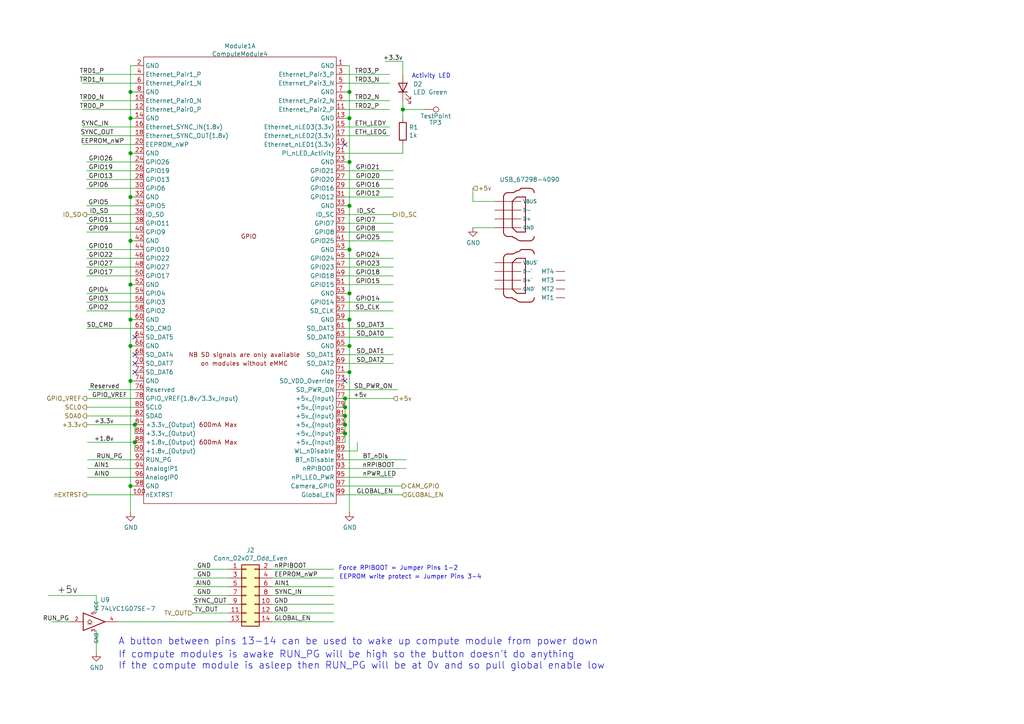
<source format=kicad_sch>
(kicad_sch (version 20211123) (generator eeschema)
  (paper "A4")
  (title_block (title "Compute Module 4 IO Board - GPIO - Ethernet") (rev "1") (company "© 2020-2022 Raspberry Pi Ltd (formerly Raspberry Pi (Trading) Ltd.)") (comment 1 "www.raspberrypi.com"))
  (lib_symbols
    (symbol "CM4IO:74LVC1G07_copy"
      (property "Reference" "U" (at -2.54 3.81 0))
      (property "Value" "74LVC1G07_copy" (at 0 -3.81 0))
      (symbol "74LVC1G07_copy_0_1"
        (polyline (pts (xy -2.54 -0.635) (xy -1.27 -0.635)))
        (polyline (pts (xy -3.81 2.54) (xy -3.81 -2.54) (xy 2.54 0) (xy -3.81 2.54)) (stroke (width 0.254)))
        (polyline (pts (xy -1.905 0.635) (xy -2.54 0) (xy -1.905 -0.635) (xy -1.27 0) (xy -1.905 0.635)))
      )
      (symbol "74LVC1G07_copy_1_1"
        (pin input line (at -7.62 0 0) (length 3.81) (name "~") (number "2"))
        (pin power_in line (at 0 -2.54 270) (length 0) (name "GND") (number "3"))
        (pin open_collector line (at 6.35 0 180) (length 3.81) (name "~") (number "4"))
        (pin power_in line (at 0 2.54 90) (length 0) (name "VCC") (number "5"))
      )
    )
    (symbol "CM4IO:ComputeModule4-CM4"
      (property "Reference" "Module" (at 113.03 -68.58 0))
      (property "Value" "ComputeModule4-CM4" (at 140.97 2.54 0))
      (property "Field4" "Hirose" (at 0 0 0))
      (property "Field5" "2x DF40C-100DS-0.4V" (at 0 -2.54 0))
      (symbol "ComputeModule4-CM4_1_0"
        (text "GPIO" (at 0 6.35 0) (effects (font (size 1.27 1.27))))
      )
      (symbol "ComputeModule4-CM4_1_1"
        (rectangle (start -30.48 -71.12) (end 25.4 58.42))
        (text "600mA Max" (at -8.89 -53.34 0) (effects (font (size 1.27 1.27))))
        (text "600mA Max" (at -8.89 -48.26 0) (effects (font (size 1.27 1.27))))
        (text "NB SD signals are only available" (at -1.27 -27.94 0) (effects (font (size 1.27 1.27))))
        (text "on modules without eMMC" (at -1.27 -30.48 0) (effects (font (size 1.27 1.27))))
        (pin power_in line (at 27.94 55.88 180) (length 2.54) (name "GND") (number "1"))
        (pin passive line (at -33.02 45.72 0) (length 2.54) (name "Ethernet_Pair0_N") (number "10"))
        (pin output line (at -33.02 -68.58 0) (length 2.54) (name "nEXTRST") (number "100"))
        (pin passive line (at 27.94 43.18 180) (length 2.54) (name "Ethernet_Pair2_P") (number "11"))
        (pin passive line (at -33.02 43.18 0) (length 2.54) (name "Ethernet_Pair0_P") (number "12"))
        (pin power_in line (at 27.94 40.64 180) (length 2.54) (name "GND") (number "13"))
        (pin power_in line (at -33.02 40.64 0) (length 2.54) (name "GND") (number "14"))
        (pin output line (at 27.94 38.1 180) (length 2.54) (name "Ethernet_nLED3(3.3v)") (number "15"))
        (pin input line (at -33.02 38.1 0) (length 2.54) (name "Ethernet_SYNC_IN(1.8v)") (number "16"))
        (pin output line (at 27.94 35.56 180) (length 2.54) (name "Ethernet_nLED2(3.3v)") (number "17"))
        (pin input line (at -33.02 35.56 0) (length 2.54) (name "Ethernet_SYNC_OUT(1.8v)") (number "18"))
        (pin output line (at 27.94 33.02 180) (length 2.54) (name "Ethernet_nLED1(3.3v)") (number "19"))
        (pin power_in line (at -33.02 55.88 0) (length 2.54) (name "GND") (number "2"))
        (pin passive line (at -33.02 33.02 0) (length 2.54) (name "EEPROM_nWP") (number "20"))
        (pin open_collector line (at 27.94 30.48 180) (length 2.54) (name "PI_nLED_Activity") (number "21"))
        (pin power_in line (at -33.02 30.48 0) (length 2.54) (name "GND") (number "22"))
        (pin power_in line (at 27.94 27.94 180) (length 2.54) (name "GND") (number "23"))
        (pin passive line (at -33.02 27.94 0) (length 2.54) (name "GPIO26") (number "24"))
        (pin passive line (at 27.94 25.4 180) (length 2.54) (name "GPIO21") (number "25"))
        (pin passive line (at -33.02 25.4 0) (length 2.54) (name "GPIO19") (number "26"))
        (pin passive line (at 27.94 22.86 180) (length 2.54) (name "GPIO20") (number "27"))
        (pin passive line (at -33.02 22.86 0) (length 2.54) (name "GPIO13") (number "28"))
        (pin passive line (at 27.94 20.32 180) (length 2.54) (name "GPIO16") (number "29"))
        (pin passive line (at 27.94 53.34 180) (length 2.54) (name "Ethernet_Pair3_P") (number "3"))
        (pin passive line (at -33.02 20.32 0) (length 2.54) (name "GPIO6") (number "30"))
        (pin passive line (at 27.94 17.78 180) (length 2.54) (name "GPIO12") (number "31"))
        (pin power_in line (at -33.02 17.78 0) (length 2.54) (name "GND") (number "32"))
        (pin power_in line (at 27.94 15.24 180) (length 2.54) (name "GND") (number "33"))
        (pin passive line (at -33.02 15.24 0) (length 2.54) (name "GPIO5") (number "34"))
        (pin passive line (at 27.94 12.7 180) (length 2.54) (name "ID_SC") (number "35"))
        (pin passive line (at -33.02 12.7 0) (length 2.54) (name "ID_SD") (number "36"))
        (pin passive line (at 27.94 10.16 180) (length 2.54) (name "GPIO7") (number "37"))
        (pin passive line (at -33.02 10.16 0) (length 2.54) (name "GPIO11") (number "38"))
        (pin passive line (at 27.94 7.62 180) (length 2.54) (name "GPIO8") (number "39"))
        (pin passive line (at -33.02 53.34 0) (length 2.54) (name "Ethernet_Pair1_P") (number "4"))
        (pin passive line (at -33.02 7.62 0) (length 2.54) (name "GPIO9") (number "40"))
        (pin passive line (at 27.94 5.08 180) (length 2.54) (name "GPIO25") (number "41"))
        (pin power_in line (at -33.02 5.08 0) (length 2.54) (name "GND") (number "42"))
        (pin power_in line (at 27.94 2.54 180) (length 2.54) (name "GND") (number "43"))
        (pin passive line (at -33.02 2.54 0) (length 2.54) (name "GPIO10") (number "44"))
        (pin passive line (at 27.94 0 180) (length 2.54) (name "GPIO24") (number "45"))
        (pin passive line (at -33.02 0 0) (length 2.54) (name "GPIO22") (number "46"))
        (pin passive line (at 27.94 -2.54 180) (length 2.54) (name "GPIO23") (number "47"))
        (pin passive line (at -33.02 -2.54 0) (length 2.54) (name "GPIO27") (number "48"))
        (pin passive line (at 27.94 -5.08 180) (length 2.54) (name "GPIO18") (number "49"))
        (pin passive line (at 27.94 50.8 180) (length 2.54) (name "Ethernet_Pair3_N") (number "5"))
        (pin passive line (at -33.02 -5.08 0) (length 2.54) (name "GPIO17") (number "50"))
        (pin passive line (at 27.94 -7.62 180) (length 2.54) (name "GPIO15") (number "51"))
        (pin power_in line (at -33.02 -7.62 0) (length 2.54) (name "GND") (number "52"))
        (pin power_in line (at 27.94 -10.16 180) (length 2.54) (name "GND") (number "53"))
        (pin passive line (at -33.02 -10.16 0) (length 2.54) (name "GPIO4") (number "54"))
        (pin passive line (at 27.94 -12.7 180) (length 2.54) (name "GPIO14") (number "55"))
        (pin passive line (at -33.02 -12.7 0) (length 2.54) (name "GPIO3") (number "56"))
        (pin passive line (at 27.94 -15.24 180) (length 2.54) (name "SD_CLK") (number "57"))
        (pin passive line (at -33.02 -15.24 0) (length 2.54) (name "GPIO2") (number "58"))
        (pin power_in line (at 27.94 -17.78 180) (length 2.54) (name "GND") (number "59"))
        (pin passive line (at -33.02 50.8 0) (length 2.54) (name "Ethernet_Pair1_N") (number "6"))
        (pin power_in line (at -33.02 -17.78 0) (length 2.54) (name "GND") (number "60"))
        (pin passive line (at 27.94 -20.32 180) (length 2.54) (name "SD_DAT3") (number "61"))
        (pin passive line (at -33.02 -20.32 0) (length 2.54) (name "SD_CMD") (number "62"))
        (pin passive line (at 27.94 -22.86 180) (length 2.54) (name "SD_DAT0") (number "63"))
        (pin passive line (at -33.02 -22.86 0) (length 2.54) (name "SD_DAT5") (number "64"))
        (pin power_in line (at 27.94 -25.4 180) (length 2.54) (name "GND") (number "65"))
        (pin power_in line (at -33.02 -25.4 0) (length 2.54) (name "GND") (number "66"))
        (pin passive line (at 27.94 -27.94 180) (length 2.54) (name "SD_DAT1") (number "67"))
        (pin passive line (at -33.02 -27.94 0) (length 2.54) (name "SD_DAT4") (number "68"))
        (pin passive line (at 27.94 -30.48 180) (length 2.54) (name "SD_DAT2") (number "69"))
        (pin power_in line (at 27.94 48.26 180) (length 2.54) (name "GND") (number "7"))
        (pin passive line (at -33.02 -30.48 0) (length 2.54) (name "SD_DAT7") (number "70"))
        (pin power_in line (at 27.94 -33.02 180) (length 2.54) (name "GND") (number "71"))
        (pin passive line (at -33.02 -33.02 0) (length 2.54) (name "SD_DAT6") (number "72"))
        (pin input line (at 27.94 -35.56 180) (length 2.54) (name "SD_VDD_Override") (number "73"))
        (pin power_in line (at -33.02 -35.56 0) (length 2.54) (name "GND") (number "74"))
        (pin output line (at 27.94 -38.1 180) (length 2.54) (name "SD_PWR_ON") (number "75"))
        (pin passive line (at -33.02 -38.1 0) (length 2.54) (name "Reserved") (number "76"))
        (pin power_in line (at 27.94 -40.64 180) (length 2.54) (name "+5v_(Input)") (number "77"))
        (pin power_in line (at -33.02 -40.64 0) (length 2.54) (name "GPIO_VREF(1.8v/3.3v_Input)") (number "78"))
        (pin power_in line (at 27.94 -43.18 180) (length 2.54) (name "+5v_(Input)") (number "79"))
        (pin power_in line (at -33.02 48.26 0) (length 2.54) (name "GND") (number "8"))
        (pin passive line (at -33.02 -43.18 0) (length 2.54) (name "SCL0") (number "80"))
        (pin power_in line (at 27.94 -45.72 180) (length 2.54) (name "+5v_(Input)") (number "81"))
        (pin passive line (at -33.02 -45.72 0) (length 2.54) (name "SDA0") (number "82"))
        (pin power_in line (at 27.94 -48.26 180) (length 2.54) (name "+5v_(Input)") (number "83"))
        (pin power_out line (at -33.02 -48.26 0) (length 2.54) (name "+3.3v_(Output)") (number "84"))
        (pin power_in line (at 27.94 -50.8 180) (length 2.54) (name "+5v_(Input)") (number "85"))
        (pin power_out line (at -33.02 -50.8 0) (length 2.54) (name "+3.3v_(Output)") (number "86"))
        (pin power_in line (at 27.94 -53.34 180) (length 2.54) (name "+5v_(Input)") (number "87"))
        (pin power_out line (at -33.02 -53.34 0) (length 2.54) (name "+1.8v_(Output)") (number "88"))
        (pin input line (at 27.94 -55.88 180) (length 2.54) (name "WL_nDisable") (number "89"))
        (pin passive line (at 27.94 45.72 180) (length 2.54) (name "Ethernet_Pair2_N") (number "9"))
        (pin power_out line (at -33.02 -55.88 0) (length 2.54) (name "+1.8v_(Output)") (number "90"))
        (pin input line (at 27.94 -58.42 180) (length 2.54) (name "BT_nDisable") (number "91"))
        (pin passive line (at -33.02 -58.42 0) (length 2.54) (name "RUN_PG") (number "92"))
        (pin input line (at 27.94 -60.96 180) (length 2.54) (name "nRPIBOOT") (number "93"))
        (pin passive line (at -33.02 -60.96 0) (length 2.54) (name "AnalogIP1") (number "94"))
        (pin output line (at 27.94 -63.5 180) (length 2.54) (name "nPI_LED_PWR") (number "95"))
        (pin passive line (at -33.02 -63.5 0) (length 2.54) (name "AnalogIP0") (number "96"))
        (pin passive line (at 27.94 -66.04 180) (length 2.54) (name "Camera_GPIO") (number "97"))
        (pin power_in line (at -33.02 -66.04 0) (length 2.54) (name "GND") (number "98"))
        (pin input line (at 27.94 -68.58 180) (length 2.54) (name "Global_EN") (number "99"))
      )
      (symbol "ComputeModule4-CM4_2_1"
        (rectangle (start 114.3 -66.04) (end 165.1 63.5))
        (text "High Speed Serial" (at 140.97 0 0) (effects (font (size 1.27 1.27))))
        (pin input line (at 170.18 60.96 180) (length 5.08) (name "USB_OTG_ID") (number "101"))
        (pin input line (at 109.22 60.96 0) (length 5.08) (name "PCIe_CLK_nREQ") (number "102"))
        (pin passive line (at 170.18 58.42 180) (length 5.08) (name "USB2_N") (number "103"))
        (pin passive line (at 109.22 58.42 0) (length 5.08) (name "Reserved") (number "104"))
        (pin passive line (at 170.18 55.88 180) (length 5.08) (name "USB2_P") (number "105"))
        (pin passive line (at 109.22 55.88 0) (length 5.08) (name "Reserved") (number "106"))
        (pin power_in line (at 170.18 53.34 180) (length 5.08) (name "GND") (number "107"))
        (pin power_in line (at 109.22 53.34 0) (length 5.08) (name "GND") (number "108"))
        (pin bidirectional line (at 170.18 50.8 180) (length 5.08) (name "PCIe_nRST") (number "109"))
        (pin output line (at 109.22 50.8 0) (length 5.08) (name "PCIe_CLK_P") (number "110"))
        (pin passive line (at 170.18 48.26 180) (length 5.08) (name "VDAC_COMP") (number "111"))
        (pin output line (at 109.22 48.26 0) (length 5.08) (name "PCIe_CLK_N") (number "112"))
        (pin power_in line (at 170.18 45.72 180) (length 5.08) (name "GND") (number "113"))
        (pin power_in line (at 109.22 45.72 0) (length 5.08) (name "GND") (number "114"))
        (pin input line (at 170.18 43.18 180) (length 5.08) (name "CAM1_D0_N") (number "115"))
        (pin input line (at 109.22 43.18 0) (length 5.08) (name "PCIe_RX_P") (number "116"))
        (pin input line (at 170.18 40.64 180) (length 5.08) (name "CAM1_D0_P") (number "117"))
        (pin input line (at 109.22 40.64 0) (length 5.08) (name "PCIe_RX_N") (number "118"))
        (pin power_in line (at 170.18 38.1 180) (length 5.08) (name "GND") (number "119"))
        (pin power_in line (at 109.22 38.1 0) (length 5.08) (name "GND") (number "120"))
        (pin input line (at 170.18 35.56 180) (length 5.08) (name "CAM1_D1_N") (number "121"))
        (pin output line (at 109.22 35.56 0) (length 5.08) (name "PCIe_TX_P") (number "122"))
        (pin input line (at 170.18 33.02 180) (length 5.08) (name "CAM1_D1_P") (number "123"))
        (pin output line (at 109.22 33.02 0) (length 5.08) (name "PCIe_TX_N") (number "124"))
        (pin power_in line (at 170.18 30.48 180) (length 5.08) (name "GND") (number "125"))
        (pin power_in line (at 109.22 30.48 0) (length 5.08) (name "GND") (number "126"))
        (pin input line (at 170.18 27.94 180) (length 5.08) (name "CAM1_C_N") (number "127"))
        (pin input line (at 109.22 27.94 0) (length 5.08) (name "CAM0_D0_N") (number "128"))
        (pin input line (at 170.18 25.4 180) (length 5.08) (name "CAM1_C_P") (number "129"))
        (pin input line (at 109.22 25.4 0) (length 5.08) (name "CAM0_D0_P") (number "130"))
        (pin power_in line (at 170.18 22.86 180) (length 5.08) (name "GND") (number "131"))
        (pin power_in line (at 109.22 22.86 0) (length 5.08) (name "GND") (number "132"))
        (pin input line (at 170.18 20.32 180) (length 5.08) (name "CAM1_D2_N") (number "133"))
        (pin input line (at 109.22 20.32 0) (length 5.08) (name "CAM0_D1_N") (number "134"))
        (pin input line (at 170.18 17.78 180) (length 5.08) (name "CAM1_D2_P") (number "135"))
        (pin input line (at 109.22 17.78 0) (length 5.08) (name "CAM0_D1_P") (number "136"))
        (pin power_in line (at 170.18 15.24 180) (length 5.08) (name "GND") (number "137"))
        (pin power_in line (at 109.22 15.24 0) (length 5.08) (name "GND") (number "138"))
        (pin input line (at 170.18 12.7 180) (length 5.08) (name "CAM1_D3_N") (number "139"))
        (pin input line (at 109.22 12.7 0) (length 5.08) (name "CAM0_C_N") (number "140"))
        (pin input line (at 170.18 10.16 180) (length 5.08) (name "CAM1_D3_P") (number "141"))
        (pin input line (at 109.22 10.16 0) (length 5.08) (name "CAM0_C_P") (number "142"))
        (pin input line (at 170.18 7.62 180) (length 5.08) (name "HDMI1_HOTPLUG") (number "143"))
        (pin power_in line (at 109.22 7.62 0) (length 5.08) (name "GND") (number "144"))
        (pin bidirectional line (at 170.18 5.08 180) (length 5.08) (name "HDMI1_SDA") (number "145"))
        (pin output line (at 109.22 5.08 0) (length 5.08) (name "HDMI1_TX2_P") (number "146"))
        (pin open_collector line (at 170.18 2.54 180) (length 5.08) (name "HDMI1_SCL") (number "147"))
        (pin output line (at 109.22 2.54 0) (length 5.08) (name "HDMI1_TX2_N") (number "148"))
        (pin open_collector line (at 170.18 0 180) (length 5.08) (name "HDMI1_CEC") (number "149"))
        (pin power_in line (at 109.22 0 0) (length 5.08) (name "GND") (number "150"))
        (pin open_collector line (at 170.18 -2.54 180) (length 5.08) (name "HDMI0_CEC") (number "151"))
        (pin output line (at 109.22 -2.54 0) (length 5.08) (name "HDMI1_TX1_P") (number "152"))
        (pin input line (at 170.18 -5.08 180) (length 5.08) (name "HDMI0_HOTPLUG") (number "153"))
        (pin output line (at 109.22 -5.08 0) (length 5.08) (name "HDMI1_TX1_N") (number "154"))
        (pin power_in line (at 170.18 -7.62 180) (length 5.08) (name "GND") (number "155"))
        (pin power_in line (at 109.22 -7.62 0) (length 5.08) (name "GND") (number "156"))
        (pin output line (at 170.18 -10.16 180) (length 5.08) (name "DSI0_D0_N") (number "157"))
        (pin output line (at 109.22 -10.16 0) (length 5.08) (name "HDMI1_TX0_P") (number "158"))
        (pin output line (at 170.18 -12.7 180) (length 5.08) (name "DSI0_D0_P") (number "159"))
        (pin output line (at 109.22 -12.7 0) (length 5.08) (name "HDMI1_TX0_N") (number "160"))
        (pin power_in line (at 170.18 -15.24 180) (length 5.08) (name "GND") (number "161"))
        (pin power_in line (at 109.22 -15.24 0) (length 5.08) (name "GND") (number "162"))
        (pin output line (at 170.18 -17.78 180) (length 5.08) (name "DSI0_D1_N") (number "163"))
        (pin output line (at 109.22 -17.78 0) (length 5.08) (name "HDMI1_CLK_P") (number "164"))
        (pin output line (at 170.18 -20.32 180) (length 5.08) (name "DSI0_D1_P") (number "165"))
        (pin output line (at 109.22 -20.32 0) (length 5.08) (name "HDMI1_CLK_N") (number "166"))
        (pin power_in line (at 170.18 -22.86 180) (length 5.08) (name "GND") (number "167"))
        (pin power_in line (at 109.22 -22.86 0) (length 5.08) (name "GND") (number "168"))
        (pin output line (at 170.18 -25.4 180) (length 5.08) (name "DSI0_C_N") (number "169"))
        (pin output line (at 109.22 -25.4 0) (length 5.08) (name "HDMI0_TX2_P") (number "170"))
        (pin output line (at 170.18 -27.94 180) (length 5.08) (name "DSI0_C_P") (number "171"))
        (pin output line (at 109.22 -27.94 0) (length 5.08) (name "HDMI0_TX2_N") (number "172"))
        (pin power_in line (at 170.18 -30.48 180) (length 5.08) (name "GND") (number "173"))
        (pin power_in line (at 109.22 -30.48 0) (length 5.08) (name "GND") (number "174"))
        (pin output line (at 170.18 -33.02 180) (length 5.08) (name "DSI1_D0_N") (number "175"))
        (pin output line (at 109.22 -33.02 0) (length 5.08) (name "HDMI0_TX1_P") (number "176"))
        (pin output line (at 170.18 -35.56 180) (length 5.08) (name "DSI1_D0_P") (number "177"))
        (pin output line (at 109.22 -35.56 0) (length 5.08) (name "HDMI0_TX1_N") (number "178"))
        (pin power_in line (at 170.18 -38.1 180) (length 5.08) (name "GND") (number "179"))
        (pin power_in line (at 109.22 -38.1 0) (length 5.08) (name "GND") (number "180"))
        (pin output line (at 170.18 -40.64 180) (length 5.08) (name "DSI1_D1_N") (number "181"))
        (pin output line (at 109.22 -40.64 0) (length 5.08) (name "HDMI0_TX0_P") (number "182"))
        (pin output line (at 170.18 -43.18 180) (length 5.08) (name "DSI1_D1_P") (number "183"))
        (pin output line (at 109.22 -43.18 0) (length 5.08) (name "HDMI0_TX0_N") (number "184"))
        (pin power_in line (at 170.18 -45.72 180) (length 5.08) (name "GND") (number "185"))
        (pin power_in line (at 109.22 -45.72 0) (length 5.08) (name "GND") (number "186"))
        (pin output line (at 170.18 -48.26 180) (length 5.08) (name "DSI1_C_N") (number "187"))
        (pin output line (at 109.22 -48.26 0) (length 5.08) (name "HDMI0_CLK_P") (number "188"))
        (pin output line (at 170.18 -50.8 180) (length 5.08) (name "DSI1_C_P") (number "189"))
        (pin output line (at 109.22 -50.8 0) (length 5.08) (name "HDMI0_CLK_N") (number "190"))
        (pin power_in line (at 170.18 -53.34 180) (length 5.08) (name "GND") (number "191"))
        (pin power_in line (at 109.22 -53.34 0) (length 5.08) (name "GND") (number "192"))
        (pin output line (at 170.18 -55.88 180) (length 5.08) (name "DSI1_D2_N") (number "193"))
        (pin output line (at 109.22 -55.88 0) (length 5.08) (name "DSI1_D3_N") (number "194"))
        (pin output line (at 170.18 -58.42 180) (length 5.08) (name "DSI1_D2_P") (number "195"))
        (pin output line (at 109.22 -58.42 0) (length 5.08) (name "DSI1_D3_P") (number "196"))
        (pin power_in line (at 170.18 -60.96 180) (length 5.08) (name "GND") (number "197"))
        (pin power_in line (at 109.22 -60.96 0) (length 5.08) (name "GND") (number "198"))
        (pin bidirectional line (at 170.18 -63.5 180) (length 5.08) (name "HDMI0_SDA") (number "199"))
        (pin open_collector line (at 109.22 -63.5 0) (length 5.08) (name "HDMI0_SCL") (number "200"))
      )
    )
    (symbol "CM4IO:USB_67298-4090" (pin_numbers hide)
      (property "Reference" "J" (at -5.08 21.6408 0))
      (property "Value" "USB_67298-4090" (at -5.08 -17.8054 0))
      (symbol "USB_67298-4090_0_0"
        (arc (start -5.08 -11.43) (mid -4.708 -12.328) (end -3.81 -12.7) (stroke (width 0.254)))
        (arc (start -5.08 6.35) (mid -4.708 5.452) (end -3.81 5.08) (stroke (width 0.254)))
        (arc (start -3.81 0) (mid -4.708 -0.372) (end -5.08 -1.27) (stroke (width 0.254)))
        (arc (start -3.81 17.78) (mid -4.708 17.408) (end -5.08 16.51) (stroke (width 0.254)))
        (arc (start -2.54 -12.7) (mid -3.108 -15.1059) (end -1.524 -13.208) (stroke (width 0.254)))
        (arc (start -2.54 0) (mid -1.972 0.1341) (end -1.524 0.508) (stroke (width 0.254)))
        (arc (start -2.54 5.08) (mid -3.108 2.6741) (end -1.524 4.572) (stroke (width 0.254)))
        (arc (start -2.54 17.78) (mid -1.972 17.9141) (end -1.524 18.288) (stroke (width 0.254)))
        (arc (start -1.524 -13.208) (mid -0.8519 -13.7689) (end 0 -13.97) (stroke (width 0.254)))
        (arc (start -1.524 0.508) (mid 0.8519 -2.3389) (end 0 1.27) (stroke (width 0.254)))
        (arc (start -1.524 4.572) (mid -0.8519 4.0111) (end 0 3.81) (stroke (width 0.254)))
        (arc (start -1.524 18.288) (mid 0.8519 15.4411) (end 0 19.05) (stroke (width 0.254)))
        (polyline (pts (xy -5.08 -1.27) (xy -5.08 -11.43)) (stroke (width 0.254)))
        (polyline (pts (xy -5.08 16.51) (xy -5.08 6.35)) (stroke (width 0.254)))
        (polyline (pts (xy -3.81 -12.7) (xy -2.54 -12.7)) (stroke (width 0.254)))
        (polyline (pts (xy -3.81 0) (xy -2.54 0)) (stroke (width 0.254)))
        (polyline (pts (xy -3.81 5.08) (xy -2.54 5.08)) (stroke (width 0.254)))
        (polyline (pts (xy -3.81 17.78) (xy -2.54 17.78)) (stroke (width 0.254)))
        (polyline (pts (xy -2.54 -10.16) (xy -1.27 -11.43)) (stroke (width 0.254)))
        (polyline (pts (xy -2.54 -2.54) (xy -2.54 -10.16)) (stroke (width 0.254)))
        (polyline (pts (xy -2.54 7.62) (xy -1.27 6.35)) (stroke (width 0.254)))
        (polyline (pts (xy -2.54 15.24) (xy -2.54 7.62)) (stroke (width 0.254)))
        (polyline (pts (xy -1.27 -11.43) (xy 1.27 -11.43)) (stroke (width 0.254)))
        (polyline (pts (xy -1.27 -1.27) (xy -2.54 -2.54)) (stroke (width 0.254)))
        (polyline (pts (xy -1.27 6.35) (xy 1.27 6.35)) (stroke (width 0.254)))
        (polyline (pts (xy -1.27 16.51) (xy -2.54 15.24)) (stroke (width 0.254)))
        (polyline (pts (xy 0 -13.97) (xy 2.54 -13.97)) (stroke (width 0.254)))
        (polyline (pts (xy 0 1.27) (xy 2.54 1.27)) (stroke (width 0.254)))
        (polyline (pts (xy 0 3.81) (xy 2.54 3.81)) (stroke (width 0.254)))
        (polyline (pts (xy 0 19.05) (xy 2.54 19.05)) (stroke (width 0.254)))
        (polyline (pts (xy 1.27 -11.43) (xy 1.27 -1.27)) (stroke (width 0.254)))
        (polyline (pts (xy 1.27 -1.27) (xy -1.27 -1.27)) (stroke (width 0.254)))
        (polyline (pts (xy 1.27 6.35) (xy 1.27 16.51)) (stroke (width 0.254)))
        (polyline (pts (xy 1.27 16.51) (xy -1.27 16.51)) (stroke (width 0.254)))
        (arc (start 2.54 -13.97) (mid 3.438 -13.598) (end 3.81 -12.7) (stroke (width 0.254)))
        (arc (start 2.54 3.81) (mid 3.438 4.182) (end 3.81 5.08) (stroke (width 0.254)))
        (arc (start 3.81 0) (mid 3.438 0.898) (end 2.54 1.27) (stroke (width 0.254)))
        (arc (start 3.81 17.78) (mid 3.438 18.678) (end 2.54 19.05) (stroke (width 0.254)))
        (pin power_in line (at -7.62 -2.54 0) (length 7.62) (name "VBUS`") (number "1"))
        (pin passive line (at -7.62 -5.08 0) (length 7.62) (name "D-`") (number "2"))
        (pin passive line (at -7.62 -7.62 0) (length 7.62) (name "D+`") (number "3"))
        (pin power_in line (at -7.62 -10.16 0) (length 7.62) (name "GND`") (number "4"))
        (pin power_in line (at -7.62 15.24 0) (length 7.62) (name "VBUS") (number "5"))
        (pin passive line (at -7.62 12.7 0) (length 7.62) (name "D-") (number "6"))
        (pin passive line (at -7.62 10.16 0) (length 7.62) (name "D+") (number "7"))
        (pin power_in line (at -7.62 7.62 0) (length 7.62) (name "GND") (number "8"))
        (pin passive line (at 12.7 -12.7 180) (length 2.54) (name "MT1") (number "MT1"))
        (pin passive line (at 12.7 -10.16 180) (length 2.54) (name "MT2") (number "MT2"))
        (pin passive line (at 12.7 -7.62 180) (length 2.54) (name "MT3") (number "MT3"))
        (pin passive line (at 12.7 -5.08 180) (length 2.54) (name "MT4") (number "MT4"))
      )
    )
    (symbol "Connector:TestPoint" (pin_numbers hide) (pin_names (offset 0.762) hide)
      (property "Reference" "TP" (at 0 6.858 0))
      (property "Value" "TestPoint" (at 0 5.08 0))
      (symbol "TestPoint_0_1"
        (circle (center 0 3.302) (radius 0.762))
      )
      (symbol "TestPoint_1_1"
        (pin passive line (at 0 0 90) (length 2.54) (name "1") (number "1"))
      )
    )
    (symbol "Connector_Generic:Conn_02x07_Odd_Even" (pin_names hide)
      (property "Reference" "J" (at 1.27 10.16 0))
      (property "Value" "Conn_02x07_Odd_Even" (at 1.27 -10.16 0))
      (symbol "Conn_02x07_Odd_Even_1_1"
        (rectangle (start -1.27 -7.493) (end 0 -7.747))
        (rectangle (start -1.27 -4.953) (end 0 -5.207))
        (rectangle (start -1.27 -2.413) (end 0 -2.667))
        (rectangle (start -1.27 0.127) (end 0 -0.127))
        (rectangle (start -1.27 2.667) (end 0 2.413))
        (rectangle (start -1.27 5.207) (end 0 4.953))
        (rectangle (start -1.27 7.747) (end 0 7.493))
        (rectangle (start -1.27 8.89) (end 3.81 -8.89) (stroke (width 0.254)) (fill (type background)))
        (rectangle (start 3.81 -7.493) (end 2.54 -7.747))
        (rectangle (start 3.81 -4.953) (end 2.54 -5.207))
        (rectangle (start 3.81 -2.413) (end 2.54 -2.667))
        (rectangle (start 3.81 0.127) (end 2.54 -0.127))
        (rectangle (start 3.81 2.667) (end 2.54 2.413))
        (rectangle (start 3.81 5.207) (end 2.54 4.953))
        (rectangle (start 3.81 7.747) (end 2.54 7.493))
        (pin passive line (at -5.08 7.62 0) (length 3.81) (name "Pin_1") (number "1"))
        (pin passive line (at 7.62 -2.54 180) (length 3.81) (name "Pin_10") (number "10"))
        (pin passive line (at -5.08 -5.08 0) (length 3.81) (name "Pin_11") (number "11"))
        (pin passive line (at 7.62 -5.08 180) (length 3.81) (name "Pin_12") (number "12"))
        (pin passive line (at -5.08 -7.62 0) (length 3.81) (name "Pin_13") (number "13"))
        (pin passive line (at 7.62 -7.62 180) (length 3.81) (name "Pin_14") (number "14"))
        (pin passive line (at 7.62 7.62 180) (length 3.81) (name "Pin_2") (number "2"))
        (pin passive line (at -5.08 5.08 0) (length 3.81) (name "Pin_3") (number "3"))
        (pin passive line (at 7.62 5.08 180) (length 3.81) (name "Pin_4") (number "4"))
        (pin passive line (at -5.08 2.54 0) (length 3.81) (name "Pin_5") (number "5"))
        (pin passive line (at 7.62 2.54 180) (length 3.81) (name "Pin_6") (number "6"))
        (pin passive line (at -5.08 0 0) (length 3.81) (name "Pin_7") (number "7"))
        (pin passive line (at 7.62 0 180) (length 3.81) (name "Pin_8") (number "8"))
        (pin passive line (at -5.08 -2.54 0) (length 3.81) (name "Pin_9") (number "9"))
      )
    )
    (symbol "Device:LED" (pin_numbers hide) (pin_names hide)
      (property "Reference" "D" (at 0 2.54 0))
      (property "Value" "LED" (at 0 -2.54 0))
      (symbol "LED_0_1"
        (polyline (pts (xy -1.27 -1.27) (xy -1.27 1.27)) (stroke (width 0.254)))
        (polyline (pts (xy -1.27 0) (xy 1.27 0)))
        (polyline (pts (xy 1.27 -1.27) (xy 1.27 1.27) (xy -1.27 0) (xy 1.27 -1.27)) (stroke (width 0.254)))
        (polyline (pts (xy -3.048 -0.762) (xy -4.572 -2.286) (xy -3.81 -2.286) (xy -4.572 -2.286) (xy -4.572 -1.524)))
        (polyline (pts (xy -1.778 -0.762) (xy -3.302 -2.286) (xy -2.54 -2.286) (xy -3.302 -2.286) (xy -3.302 -1.524)))
      )
      (symbol "LED_1_1"
        (pin passive line (at -3.81 0 0) (length 2.54) (name "K") (number "1"))
        (pin passive line (at 3.81 0 180) (length 2.54) (name "A") (number "2"))
      )
    )
    (symbol "Device:R" (pin_numbers hide) (pin_names (offset 0))
      (property "Reference" "R" (at 2.032 0 90))
      (property "Value" "R" (at 0 0 90))
      (symbol "R_0_1"
        (rectangle (start -1.016 -2.54) (end 1.016 2.54) (stroke (width 0.254)))
      )
      (symbol "R_1_1"
        (pin passive line (at 0 3.81 270) (length 1.27) (name "~") (number "1"))
        (pin passive line (at 0 -3.81 90) (length 1.27) (name "~") (number "2"))
      )
    )
    (symbol "power:GND" (power) (pin_names (offset 0))
      (property "Value" "GND" (at 0 -3.81 0))
      (symbol "GND_0_1"
        (polyline (pts (xy 0 0) (xy 0 -1.27) (xy 1.27 -1.27) (xy 0 -2.54) (xy -1.27 -1.27) (xy 0 -1.27)))
      )
      (symbol "GND_1_1"
        (pin power_in line (at 0 0 270) (length 0) hide (name "GND") (number "1"))
      )
    )
  )
  (junction (at 37.846 92.71) (diameter 1.016))
  (junction (at 101.346 59.69) (diameter 1.016))
  (junction (at 101.346 46.99) (diameter 1.016))
  (junction (at 101.346 72.39) (diameter 1.016))
  (junction (at 101.346 26.67) (diameter 1.016))
  (junction (at 100.076 125.73) (diameter 1.016))
  (junction (at 101.346 85.09) (diameter 1.016))
  (junction (at 37.846 69.85) (diameter 1.016))
  (junction (at 37.846 26.67) (diameter 1.016))
  (junction (at 100.076 120.65) (diameter 1.016))
  (junction (at 37.846 100.33) (diameter 1.016))
  (junction (at 37.846 44.45) (diameter 1.016))
  (junction (at 39.116 123.19) (diameter 1.016))
  (junction (at 116.84 31.75) (diameter 1.016))
  (junction (at 101.346 107.95) (diameter 1.016))
  (junction (at 101.346 34.29) (diameter 1.016))
  (junction (at 101.346 92.71) (diameter 1.016))
  (junction (at 100.076 115.57) (diameter 1.016))
  (junction (at 100.076 123.19) (diameter 1.016))
  (junction (at 101.346 100.33) (diameter 1.016))
  (junction (at 37.846 82.55) (diameter 1.016))
  (junction (at 39.116 128.27) (diameter 1.016))
  (junction (at 37.846 110.49) (diameter 1.016))
  (junction (at 37.846 34.29) (diameter 1.016))
  (junction (at 37.846 57.15) (diameter 1.016))
  (junction (at 37.846 140.97) (diameter 1.016))
  (junction (at 100.076 118.11) (diameter 1.016))
  (no_connect (at 100.076 110.49))
  (no_connect (at 39.116 97.79))
  (no_connect (at 100.076 41.91))
  (no_connect (at 39.116 107.95))
  (no_connect (at 39.116 105.41))
  (no_connect (at 39.116 102.87))
  (wire (pts (xy 25.146 118.11) (xy 39.116 118.11)))
  (wire (pts (xy 23.876 36.83) (xy 39.116 36.83)))
  (wire (pts (xy 37.846 57.15) (xy 39.116 57.15)))
  (wire (pts (xy 78.994 175.26) (xy 96.774 175.26)))
  (wire (pts (xy 100.076 44.45) (xy 116.84 44.45)))
  (wire (pts (xy 78.994 170.18) (xy 96.774 170.18)))
  (wire (pts (xy 56.134 167.64) (xy 66.294 167.64)))
  (wire (pts (xy 101.346 107.95) (xy 101.346 148.59)))
  (wire (pts (xy 100.076 21.59) (xy 113.03 21.59)))
  (wire (pts (xy 101.346 46.99) (xy 101.346 59.69)))
  (wire (pts (xy 37.846 44.45) (xy 37.846 57.15)))
  (wire (pts (xy 100.076 85.09) (xy 101.346 85.09)))
  (wire (pts (xy 56.134 170.18) (xy 66.294 170.18)))
  (wire (pts (xy 25.146 90.17) (xy 39.116 90.17)))
  (wire (pts (xy 27.94 172.72) (xy 27.94 177.8)))
  (wire (pts (xy 25.4 138.43) (xy 39.116 138.43)))
  (wire (pts (xy 100.076 80.01) (xy 114.046 80.01)))
  (wire (pts (xy 100.076 34.29) (xy 101.346 34.29)))
  (wire (pts (xy 25.146 115.57) (xy 39.116 115.57)))
  (wire (pts (xy 100.076 52.07) (xy 114.046 52.07)))
  (wire (pts (xy 101.346 85.09) (xy 101.346 92.71)))
  (wire (pts (xy 37.846 19.05) (xy 37.846 26.67)))
  (wire (pts (xy 100.076 36.83) (xy 113.03 36.83)))
  (wire (pts (xy 25.146 59.69) (xy 39.116 59.69)))
  (wire (pts (xy 100.076 87.63) (xy 114.046 87.63)))
  (wire (pts (xy 56.134 172.72) (xy 66.294 172.72)))
  (wire (pts (xy 100.076 133.35) (xy 117.856 133.35)))
  (wire (pts (xy 78.994 172.72) (xy 96.774 172.72)))
  (wire (pts (xy 37.846 69.85) (xy 39.116 69.85)))
  (wire (pts (xy 100.076 19.05) (xy 101.346 19.05)))
  (wire (pts (xy 25.4 133.35) (xy 39.116 133.35)))
  (wire (pts (xy 100.076 67.31) (xy 114.046 67.31)))
  (wire (pts (xy 100.076 107.95) (xy 101.346 107.95)))
  (wire (pts (xy 23.876 39.37) (xy 39.116 39.37)))
  (wire (pts (xy 100.076 140.97) (xy 116.586 140.97)))
  (wire (pts (xy 100.076 46.99) (xy 101.346 46.99)))
  (wire (pts (xy 100.076 138.43) (xy 114.046 138.43)))
  (wire (pts (xy 100.076 26.67) (xy 101.346 26.67)))
  (wire (pts (xy 100.076 24.13) (xy 113.03 24.13)))
  (wire (pts (xy 39.116 19.05) (xy 37.846 19.05)))
  (wire (pts (xy 25.4 128.27) (xy 39.116 128.27)))
  (wire (pts (xy 100.076 120.65) (xy 100.076 123.19)))
  (wire (pts (xy 34.29 180.34) (xy 66.294 180.34)))
  (wire (pts (xy 100.076 82.55) (xy 114.046 82.55)))
  (wire (pts (xy 39.116 128.27) (xy 39.37 128.27)))
  (wire (pts (xy 39.116 140.97) (xy 37.846 140.97)))
  (wire (pts (xy 25.146 46.99) (xy 39.116 46.99)))
  (wire (pts (xy 25.146 120.65) (xy 39.116 120.65)))
  (wire (pts (xy 13.97 172.72) (xy 27.94 172.72)))
  (wire (pts (xy 100.076 115.57) (xy 114.046 115.57)))
  (wire (pts (xy 78.994 180.34) (xy 96.774 180.34)))
  (wire (pts (xy 101.346 92.71) (xy 101.346 100.33)))
  (wire (pts (xy 37.846 82.55) (xy 39.116 82.55)))
  (wire (pts (xy 100.076 62.23) (xy 114.046 62.23)))
  (wire (pts (xy 101.346 72.39) (xy 101.346 85.09)))
  (wire (pts (xy 25.146 54.61) (xy 39.116 54.61)))
  (wire (pts (xy 100.076 69.85) (xy 114.046 69.85)))
  (wire (pts (xy 37.846 92.71) (xy 39.116 92.71)))
  (wire (pts (xy 56.134 165.1) (xy 66.294 165.1)))
  (wire (pts (xy 100.076 77.47) (xy 114.046 77.47)))
  (wire (pts (xy 37.846 110.49) (xy 37.846 140.97)))
  (wire (pts (xy 100.076 125.73) (xy 100.076 128.27)))
  (wire (pts (xy 25.146 62.23) (xy 39.116 62.23)))
  (wire (pts (xy 114.046 90.17) (xy 100.076 90.17)))
  (wire (pts (xy 100.076 59.69) (xy 101.346 59.69)))
  (wire (pts (xy 25.146 52.07) (xy 39.116 52.07)))
  (wire (pts (xy 100.076 118.11) (xy 100.076 120.65)))
  (wire (pts (xy 25.146 95.25) (xy 39.116 95.25)))
  (wire (pts (xy 25.4 135.89) (xy 39.116 135.89)))
  (wire (pts (xy 100.076 29.21) (xy 113.03 29.21)))
  (wire (pts (xy 100.076 123.19) (xy 100.076 125.73)))
  (wire (pts (xy 23.876 41.91) (xy 39.116 41.91)))
  (wire (pts (xy 143.51 58.42) (xy 137.16 58.42)))
  (wire (pts (xy 23.876 21.59) (xy 39.116 21.59)))
  (wire (pts (xy 100.076 31.75) (xy 113.03 31.75)))
  (wire (pts (xy 25.146 85.09) (xy 39.116 85.09)))
  (wire (pts (xy 25.146 49.53) (xy 39.116 49.53)))
  (wire (pts (xy 78.994 167.64) (xy 96.774 167.64)))
  (wire (pts (xy 100.076 39.37) (xy 113.03 39.37)))
  (wire (pts (xy 55.88 177.8) (xy 66.294 177.8)))
  (wire (pts (xy 37.846 100.33) (xy 39.116 100.33)))
  (wire (pts (xy 25.146 143.51) (xy 39.116 143.51)))
  (wire (pts (xy 100.076 113.03) (xy 115.316 113.03)))
  (wire (pts (xy 78.994 165.1) (xy 96.774 165.1)))
  (wire (pts (xy 100.076 64.77) (xy 114.046 64.77)))
  (wire (pts (xy 100.076 49.53) (xy 114.046 49.53)))
  (wire (pts (xy 101.346 26.67) (xy 101.346 34.29)))
  (wire (pts (xy 25.146 67.31) (xy 39.116 67.31)))
  (wire (pts (xy 39.116 125.73) (xy 39.116 123.19)))
  (wire (pts (xy 78.994 177.8) (xy 96.774 177.8)))
  (wire (pts (xy 116.84 31.75) (xy 116.84 29.21)))
  (wire (pts (xy 25.146 64.77) (xy 39.116 64.77)))
  (wire (pts (xy 25.146 80.01) (xy 39.116 80.01)))
  (wire (pts (xy 100.076 74.93) (xy 114.046 74.93)))
  (wire (pts (xy 39.116 130.81) (xy 39.116 128.27)))
  (wire (pts (xy 101.346 59.69) (xy 101.346 72.39)))
  (wire (pts (xy 116.84 21.59) (xy 116.84 17.78)))
  (wire (pts (xy 100.076 100.33) (xy 101.346 100.33)))
  (wire (pts (xy 100.076 143.51) (xy 116.586 143.51)))
  (wire (pts (xy 37.846 110.49) (xy 39.116 110.49)))
  (wire (pts (xy 37.846 44.45) (xy 39.116 44.45)))
  (wire (pts (xy 100.076 115.57) (xy 100.076 118.11)))
  (wire (pts (xy 39.116 34.29) (xy 37.846 34.29)))
  (wire (pts (xy 101.346 34.29) (xy 101.346 46.99)))
  (wire (pts (xy 55.88 175.26) (xy 66.294 175.26)))
  (wire (pts (xy 23.876 29.21) (xy 39.116 29.21)))
  (wire (pts (xy 100.076 130.81) (xy 103.632 130.81)))
  (wire (pts (xy 37.846 34.29) (xy 37.846 44.45)))
  (wire (pts (xy 25.146 74.93) (xy 39.116 74.93)))
  (wire (pts (xy 114.046 102.87) (xy 100.076 102.87)))
  (wire (pts (xy 25.146 77.47) (xy 39.116 77.47)))
  (wire (pts (xy 100.076 57.15) (xy 114.046 57.15)))
  (wire (pts (xy 100.076 92.71) (xy 101.346 92.71)))
  (wire (pts (xy 39.116 26.67) (xy 37.846 26.67)))
  (wire (pts (xy 27.94 182.88) (xy 27.94 189.23)))
  (wire (pts (xy 37.846 82.55) (xy 37.846 92.71)))
  (wire (pts (xy 25.6032 113.03) (xy 39.116 113.03)))
  (wire (pts (xy 137.16 54.61) (xy 137.16 58.42)))
  (wire (pts (xy 111.76 17.78) (xy 116.84 17.78)))
  (wire (pts (xy 37.846 92.71) (xy 37.846 100.33)))
  (wire (pts (xy 37.846 100.33) (xy 37.846 110.49)))
  (wire (pts (xy 101.346 19.05) (xy 101.346 26.67)))
  (wire (pts (xy 37.846 140.97) (xy 37.846 148.59)))
  (wire (pts (xy 25.146 123.19) (xy 39.116 123.19)))
  (wire (pts (xy 137.16 66.04) (xy 143.51 66.04)))
  (wire (pts (xy 103.632 130.81) (xy 103.632 128.27)))
  (wire (pts (xy 37.846 57.15) (xy 37.846 69.85)))
  (wire (pts (xy 100.076 97.79) (xy 114.046 97.79)))
  (wire (pts (xy 101.346 100.33) (xy 101.346 107.95)))
  (wire (pts (xy 100.076 105.41) (xy 114.046 105.41)))
  (wire (pts (xy 23.876 24.13) (xy 39.116 24.13)))
  (wire (pts (xy 25.146 87.63) (xy 39.116 87.63)))
  (wire (pts (xy 114.046 95.25) (xy 100.076 95.25)))
  (wire (pts (xy 14.986 180.34) (xy 20.32 180.34)))
  (wire (pts (xy 100.076 135.89) (xy 117.856 135.89)))
  (wire (pts (xy 123.19 31.75) (xy 116.84 31.75)))
  (wire (pts (xy 116.84 34.29) (xy 116.84 31.75)))
  (wire (pts (xy 100.076 54.61) (xy 114.046 54.61)))
  (wire (pts (xy 25.146 72.39) (xy 39.116 72.39)))
  (wire (pts (xy 116.84 44.45) (xy 116.84 41.91)))
  (wire (pts (xy 23.876 31.75) (xy 39.116 31.75)))
  (wire (pts (xy 37.846 69.85) (xy 37.846 82.55)))
  (wire (pts (xy 100.076 72.39) (xy 101.346 72.39)))
  (wire (pts (xy 37.846 26.67) (xy 37.846 34.29)))
  (text "Activity LED" (at 119.38 22.86 0) (effects (font (size 1.27 1.27)) (justify left bottom)))
  (text "EEPROM write protect = Jumper Pins 3-4\n\n" (at 139.7 170.18 180) (effects (font (size 1.27 1.27)) (justify right bottom)))
  (text "A button between pins 13-14 can be used to wake up compute module from power down\n\n" (at 34.29 190.5 0) (effects (font (size 2.007 2.007)) (justify left bottom)))
  (text "If compute modules is awake RUN_PG will be high so the button doesn't do anything\nIf the compute module is asleep then RUN_PG will be at 0v and so pull global enable low" (at 34.29 194.31 0) (effects (font (size 2.007 2.007)) (justify left bottom)))
  (text "Force RPIBOOT = Jumper Pins 1-2 \n" (at 133.858 165.608 180) (effects (font (size 1.27 1.27)) (justify right bottom)))
  (label "GPIO12" (at 110.236 57.15 180))
  (label "GPIO23" (at 110.236 77.47 180))
  (label "SD_PWR_ON" (at 102.616 113.03 0))
  (label "ID_SC" (at 108.966 62.23 180))
  (label "GPIO14" (at 110.236 87.63 180))
  (label "TRD1_P" (at 30.226 21.59 180))
  (label "Reserved" (at 34.671 113.03 180))
  (label "SD_DAT3" (at 111.506 95.25 180))
  (label "nPWR_LED" (at 105.156 138.43 0))
  (label "GND" (at 83.566 175.26 180))
  (label "+5v" (at 16.51 172.72 0) (effects (font (size 2.0066 2.0066))))
  (label "SD_DAT0" (at 111.506 97.79 180))
  (label "GPIO20" (at 110.236 52.07 180))
  (label "BT_nDis" (at 112.6236 133.35 180))
  (label "SD_DAT2" (at 111.506 105.41 180))
  (label "EEPROM_nWP" (at 36.068 41.91 180))
  (label "GPIO8" (at 108.966 67.31 180))
  (label "AIN0" (at 61.214 170.18 180))
  (label "GPIO26" (at 32.766 46.99 180))
  (label "SYNC_IN" (at 31.496 36.83 180))
  (label "GPIO18" (at 110.236 80.01 180))
  (label "GPIO15" (at 110.236 82.55 180))
  (label "TRD2_P" (at 102.87 31.75 0))
  (label "GPIO25" (at 110.236 69.85 180))
  (label "nRPIBOOT" (at 114.5032 135.89 180))
  (label "GPIO_VREF" (at 26.67 115.57 0))
  (label "GPIO6" (at 31.496 54.61 180))
  (label "TRD3_N" (at 102.87 24.13 0))
  (label "AIN1" (at 84.074 170.18 180))
  (label "GPIO13" (at 32.766 52.07 180))
  (label "GPIO16" (at 110.236 54.61 180))
  (label "AIN1" (at 31.75 135.89 180))
  (label "SYNC_IN" (at 87.63 172.72 180))
  (label "TRD0_N" (at 30.226 29.21 180))
  (label "SD_CMD" (at 32.766 95.25 180))
  (label "GND" (at 61.214 165.1 180))
  (label "GPIO22" (at 32.766 74.93 180))
  (label "GPIO19" (at 32.766 49.53 180))
  (label "GPIO4" (at 31.496 85.09 180))
  (label "GPIO5" (at 31.496 59.69 180))
  (label "+3.3v" (at 33.02 123.19 180))
  (label "+5v" (at 106.426 115.57 180))
  (label "SYNC_OUT" (at 33.02 39.37 180))
  (label "GND" (at 61.214 167.64 180))
  (label "EEPROM_nWP" (at 92.202 167.64 180))
  (label "SYNC_OUT" (at 65.786 175.26 180))
  (label "GLOBAL_EN" (at 114.046 143.51 180))
  (label "GPIO27" (at 32.766 77.47 180))
  (label "GLOBAL_EN" (at 90.17 180.34 180))
  (label "GPIO11" (at 32.766 64.77 180))
  (label "+1.8v" (at 33.02 128.27 180))
  (label "GND" (at 61.214 172.72 180))
  (label "TV_OUT" (at 63.246 177.8 180))
  (label "RUN_PG" (at 35.56 133.35 180))
  (label "TRD3_P" (at 102.87 21.59 0))
  (label "GPIO7" (at 108.966 64.77 180))
  (label "SD_DAT1" (at 111.506 102.87 180))
  (label "TRD1_N" (at 30.226 24.13 180))
  (label "ETH_LEDG" (at 102.87 39.37 0))
  (label "+3.3v" (at 116.84 17.78 180))
  (label "ETH_LEDY" (at 102.87 36.83 0))
  (label "GND" (at 83.566 177.8 180))
  (label "GPIO3" (at 31.496 87.63 180))
  (label "GPIO17" (at 32.766 80.01 180))
  (label "GPIO2" (at 31.496 90.17 180))
  (label "ID_SD" (at 31.496 62.23 180))
  (label "TRD2_N" (at 102.87 29.21 0))
  (label "GPIO9" (at 31.496 67.31 180))
  (label "nRPIBOOT" (at 88.9 165.1 180))
  (label "SD_CLK" (at 110.236 90.17 180))
  (label "GPIO24" (at 110.236 74.93 180))
  (label "RUN_PG" (at 20.066 180.34 180))
  (label "GPIO10" (at 32.766 72.39 180))
  (label "GPIO21" (at 110.236 49.53 180))
  (label "TRD0_P" (at 30.226 31.75 180))
  (label "AIN0" (at 31.75 138.43 180))
  (hierarchical_label "+5v" (shape input) (at 114.046 115.57 0))
  (hierarchical_label "GLOBAL_EN" (shape input) (at 116.586 143.51 0))
  (hierarchical_label "ID_SC" (shape output) (at 114.046 62.23 0))
  (hierarchical_label "+5v" (shape input) (at 137.16 54.61 0))
  (hierarchical_label "TV_OUT" (shape input) (at 55.88 177.8 180))
  (hierarchical_label "SCL0" (shape output) (at 25.146 118.11 180))
  (hierarchical_label "ID_SD" (shape output) (at 25.146 62.23 180))
  (hierarchical_label "GPIO_VREF" (shape output) (at 25.146 115.57 180))
  (hierarchical_label "SDA0" (shape output) (at 25.146 120.65 180))
  (hierarchical_label "CAM_GPIO" (shape output) (at 116.586 140.97 0))
  (hierarchical_label "nEXTRST" (shape output) (at 25.146 143.51 180))
  (hierarchical_label "+3.3v" (shape output) (at 25.146 123.19 180))
  (symbol (lib_id "CM4IO:74LVC1G07_copy") (at 27.94 180.34 0) (unit 1)
    (property "Reference" "U9" (at 30.48 173.99 0))
    (property "Value" "74LVC1G07SE-7" (at 37.084 176.53 0))
    (property "Footprint" "Package_TO_SOT_SMD:SOT-353_SC-70-5" (effects hide))
    (property "Datasheet" "https://www.diodes.com/assets/Datasheets/74LVC1G07.pdf" (effects hide))
    (property "Field4" "Farnell" (effects hide))
    (property "Field5" "2425492" (effects hide))
    (property "Field6" "74LVC1G07SE-7" (effects hide))
    (property "Field7" "Diodes" (effects hide))
    (property "Part Description" "Buffer, Non-Inverting 1 Element 1 Bit per Element Open Drain Output SOT-353" (effects hide))
  )
  (symbol (lib_id "power:GND") (at 27.94 189.23 0) (unit 1)
    (property "Reference" "#PWR027" (effects hide))
    (property "Value" "GND" (at 28.067 193.6242 0))
  )
  (symbol (lib_id "CM4IO:ComputeModule4-CM4") (at 72.136 74.93 0) (unit 1)
    (property "Reference" "Module1" (at 69.596 13.335 0))
    (property "Value" "ComputeModule4" (at 69.596 15.6464 0))
    (property "Footprint" "CM4IO:Raspberry-Pi-4-Compute-Module" (effects hide))
    (property "Field4" "Hirose" (effects hide))
    (property "Field5" "2off DF40C-100DS-0.4V" (effects hide))
    (property "Field6" "2off DF40C-100DS-0.4V" (effects hide))
    (property "Field7" "Hirose" (effects hide))
    (property "Part Description" "	100 Position Connector Receptacle, Center Strip Contacts Surface Mount Gold" (effects hide))
  )
  (symbol (lib_id "power:GND") (at 37.846 148.59 0) (unit 1)
    (property "Reference" "#PWR0104" (effects hide))
    (property "Value" "GND" (at 37.973 152.9842 0))
  )
  (symbol (lib_id "power:GND") (at 101.346 148.59 0) (unit 1)
    (property "Reference" "#PWR0105" (effects hide))
    (property "Value" "GND" (at 101.473 152.9842 0))
  )
  (symbol (lib_id "Device:LED") (at 116.84 25.4 90) (unit 1)
    (property "Reference" "D2" (at 119.8118 24.4094 90) (effects (justify right)))
    (property "Value" "LED Green" (at 119.8118 26.7208 90) (effects (justify right)))
    (property "Footprint" "LED_SMD:LED_0603_1608Metric" (effects hide))
    (property "Datasheet" "http://optoelectronics.liteon.com/upload/download/DS22-2000-226/LTST-S270KGKT.pdf" (effects hide))
    (property "Field4" "Digikey " (effects hide))
    (property "Field5" "LTST-S270KGKT" (effects hide))
    (property "Field6" "SML-A12M8TT86N" (effects hide))
    (property "Field7" "Rohm" (effects hide))
    (property "Field8" "650263301" (effects hide))
    (property "Part Description" "	Green 572nm LED Indication - Discrete 2.2V 2-SMD, No Lead" (effects hide))
  )
  (symbol (lib_id "Device:R") (at 116.84 38.1 0) (unit 1)
    (property "Reference" "R1" (at 118.618 36.9316 0) (effects (justify left)))
    (property "Value" "1k" (at 118.618 39.243 0) (effects (justify left)))
    (property "Footprint" "Resistor_SMD:R_0402_1005Metric" (effects hide))
    (property "Datasheet" "https://fscdn.rohm.com/en/products/databook/datasheet/passive/resistor/chip_resistor/mcr-e.pdf" (effects hide))
    (property "Field4" "Farnell" (effects hide))
    (property "Field5" "9239235" (effects hide))
    (property "Field7" "KOA EUROPE GMBH" (effects hide))
    (property "Field6" "RK73H1ETTP1001F" (effects hide))
    (property "Part Description" "Resistor 1K M1005 1% 63mW" (effects hide))
    (property "Field8" "125049511" (effects hide))
  )
  (symbol (lib_id "Connector_Generic:Conn_02x07_Odd_Even") (at 71.374 172.72 0) (unit 1)
    (property "Reference" "J2" (at 72.644 159.6136 0))
    (property "Value" "Conn_02x07_Odd_Even" (at 72.644 161.925 0))
    (property "Footprint" "Connector_PinHeader_2.54mm:PinHeader_2x07_P2.54mm_Vertical" (effects hide))
    (property "Datasheet" "https://www.toby.co.uk/uploads/publications/1673.pdf" (effects hide))
    (property "Field4" "Toby" (effects hide))
    (property "Field5" "THD-07-R" (effects hide))
    (property "Field6" "THD-07-R" (effects hide))
    (property "Field7" "Toby" (effects hide))
    (property "Part Description" "PinHeader_2x07_P2.54mm_Vertical" (effects hide))
  )
  (symbol (lib_id "power:GND") (at 137.16 66.04 0) (unit 1)
    (property "Reference" "#PWR?" (effects hide))
    (property "Value" "GND" (at 137.287 70.4342 0))
  )
  (symbol (lib_id "Connector:TestPoint") (at 123.19 31.75 270) (unit 1)
    (property "Reference" "TP3" (at 124.46 35.56 90) (effects (justify left)))
    (property "Value" "TestPoint" (at 121.92 33.655 90) (effects (justify left)))
    (property "Footprint" "TestPoint:TestPoint_Pad_2.0x2.0mm" (effects hide))
    (property "Field4" "nf" (effects hide))
    (property "Field5" "nf" (effects hide))
    (property "Field6" "nf" (effects hide))
    (property "Field7" "nf" (effects hide))
  )
  (symbol (lib_id "CM4IO:USB_67298-4090") (at 151.13 73.66 0) (unit 1)
    (property "Reference" "J?" (effects hide))
    (property "Value" "USB_67298-4090" (at 153.6065 52.07 0))
    (property "Footprint" "CM4IO:MOLEX_USB_67298-4090" (effects hide))
    (property "Datasheet" "Conn USB Type A RCP 4/4 POS Solder RA Thru-Hole 8 Terminal 2 Port Tray" (effects hide))
    (property "Field4" "Farnell" (effects hide))
    (property "Field5" "2751688" (effects hide))
    (property "Field6" "None" (effects hide))
    (property "Field7" "Molex" (effects hide))
    (property "Field8" "None" (effects hide))
  )
)
</source>
